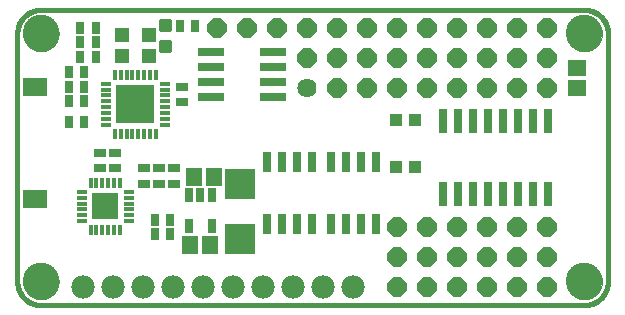
<source format=gts>
G75*
%MOIN*%
%OFA0B0*%
%FSLAX25Y25*%
%IPPOS*%
%LPD*%
%AMOC8*
5,1,8,0,0,1.08239X$1,22.5*
%
%ADD10C,0.01600*%
%ADD11C,0.00000*%
%ADD12C,0.12211*%
%ADD13R,0.02762X0.06699*%
%ADD14R,0.06306X0.05518*%
%ADD15R,0.03943X0.03156*%
%ADD16R,0.02565X0.05124*%
%ADD17R,0.10400X0.10400*%
%ADD18R,0.05518X0.06306*%
%ADD19OC8,0.06400*%
%ADD20R,0.04337X0.04337*%
%ADD21R,0.01181X0.03346*%
%ADD22R,0.03346X0.01181*%
%ADD23R,0.08858X0.08858*%
%ADD24R,0.03156X0.03943*%
%ADD25R,0.03550X0.01520*%
%ADD26R,0.01520X0.03550*%
%ADD27R,0.12802X0.12802*%
%ADD28R,0.05124X0.04731*%
%ADD29R,0.09100X0.02800*%
%ADD30C,0.01301*%
%ADD31R,0.03000X0.08400*%
%ADD32R,0.08274X0.05912*%
%ADD33C,0.06400*%
%ADD34C,0.07800*%
D10*
X0017237Y0029063D02*
X0198339Y0029063D01*
X0198529Y0029065D01*
X0198719Y0029072D01*
X0198909Y0029084D01*
X0199099Y0029100D01*
X0199288Y0029120D01*
X0199477Y0029146D01*
X0199665Y0029175D01*
X0199852Y0029210D01*
X0200038Y0029249D01*
X0200223Y0029292D01*
X0200408Y0029340D01*
X0200591Y0029392D01*
X0200772Y0029448D01*
X0200952Y0029509D01*
X0201131Y0029575D01*
X0201308Y0029644D01*
X0201484Y0029718D01*
X0201657Y0029796D01*
X0201829Y0029879D01*
X0201998Y0029965D01*
X0202166Y0030055D01*
X0202331Y0030150D01*
X0202494Y0030248D01*
X0202654Y0030351D01*
X0202812Y0030457D01*
X0202967Y0030567D01*
X0203120Y0030680D01*
X0203270Y0030798D01*
X0203416Y0030919D01*
X0203560Y0031043D01*
X0203701Y0031171D01*
X0203839Y0031302D01*
X0203974Y0031437D01*
X0204105Y0031575D01*
X0204233Y0031716D01*
X0204357Y0031860D01*
X0204478Y0032006D01*
X0204596Y0032156D01*
X0204709Y0032309D01*
X0204819Y0032464D01*
X0204925Y0032622D01*
X0205028Y0032782D01*
X0205126Y0032945D01*
X0205221Y0033110D01*
X0205311Y0033278D01*
X0205397Y0033447D01*
X0205480Y0033619D01*
X0205558Y0033792D01*
X0205632Y0033968D01*
X0205701Y0034145D01*
X0205767Y0034324D01*
X0205828Y0034504D01*
X0205884Y0034685D01*
X0205936Y0034868D01*
X0205984Y0035053D01*
X0206027Y0035238D01*
X0206066Y0035424D01*
X0206101Y0035611D01*
X0206130Y0035799D01*
X0206156Y0035988D01*
X0206176Y0036177D01*
X0206192Y0036367D01*
X0206204Y0036557D01*
X0206211Y0036747D01*
X0206213Y0036937D01*
X0206213Y0119614D01*
X0206211Y0119804D01*
X0206204Y0119994D01*
X0206192Y0120184D01*
X0206176Y0120374D01*
X0206156Y0120563D01*
X0206130Y0120752D01*
X0206101Y0120940D01*
X0206066Y0121127D01*
X0206027Y0121313D01*
X0205984Y0121498D01*
X0205936Y0121683D01*
X0205884Y0121866D01*
X0205828Y0122047D01*
X0205767Y0122227D01*
X0205701Y0122406D01*
X0205632Y0122583D01*
X0205558Y0122759D01*
X0205480Y0122932D01*
X0205397Y0123104D01*
X0205311Y0123273D01*
X0205221Y0123441D01*
X0205126Y0123606D01*
X0205028Y0123769D01*
X0204925Y0123929D01*
X0204819Y0124087D01*
X0204709Y0124242D01*
X0204596Y0124395D01*
X0204478Y0124545D01*
X0204357Y0124691D01*
X0204233Y0124835D01*
X0204105Y0124976D01*
X0203974Y0125114D01*
X0203839Y0125249D01*
X0203701Y0125380D01*
X0203560Y0125508D01*
X0203416Y0125632D01*
X0203270Y0125753D01*
X0203120Y0125871D01*
X0202967Y0125984D01*
X0202812Y0126094D01*
X0202654Y0126200D01*
X0202494Y0126303D01*
X0202331Y0126401D01*
X0202166Y0126496D01*
X0201998Y0126586D01*
X0201829Y0126672D01*
X0201657Y0126755D01*
X0201484Y0126833D01*
X0201308Y0126907D01*
X0201131Y0126976D01*
X0200952Y0127042D01*
X0200772Y0127103D01*
X0200591Y0127159D01*
X0200408Y0127211D01*
X0200223Y0127259D01*
X0200038Y0127302D01*
X0199852Y0127341D01*
X0199665Y0127376D01*
X0199477Y0127405D01*
X0199288Y0127431D01*
X0199099Y0127451D01*
X0198909Y0127467D01*
X0198719Y0127479D01*
X0198529Y0127486D01*
X0198339Y0127488D01*
X0017237Y0127488D01*
X0017047Y0127486D01*
X0016857Y0127479D01*
X0016667Y0127467D01*
X0016477Y0127451D01*
X0016288Y0127431D01*
X0016099Y0127405D01*
X0015911Y0127376D01*
X0015724Y0127341D01*
X0015538Y0127302D01*
X0015353Y0127259D01*
X0015168Y0127211D01*
X0014985Y0127159D01*
X0014804Y0127103D01*
X0014624Y0127042D01*
X0014445Y0126976D01*
X0014268Y0126907D01*
X0014092Y0126833D01*
X0013919Y0126755D01*
X0013747Y0126672D01*
X0013578Y0126586D01*
X0013410Y0126496D01*
X0013245Y0126401D01*
X0013082Y0126303D01*
X0012922Y0126200D01*
X0012764Y0126094D01*
X0012609Y0125984D01*
X0012456Y0125871D01*
X0012306Y0125753D01*
X0012160Y0125632D01*
X0012016Y0125508D01*
X0011875Y0125380D01*
X0011737Y0125249D01*
X0011602Y0125114D01*
X0011471Y0124976D01*
X0011343Y0124835D01*
X0011219Y0124691D01*
X0011098Y0124545D01*
X0010980Y0124395D01*
X0010867Y0124242D01*
X0010757Y0124087D01*
X0010651Y0123929D01*
X0010548Y0123769D01*
X0010450Y0123606D01*
X0010355Y0123441D01*
X0010265Y0123273D01*
X0010179Y0123104D01*
X0010096Y0122932D01*
X0010018Y0122759D01*
X0009944Y0122583D01*
X0009875Y0122406D01*
X0009809Y0122227D01*
X0009748Y0122047D01*
X0009692Y0121866D01*
X0009640Y0121683D01*
X0009592Y0121498D01*
X0009549Y0121313D01*
X0009510Y0121127D01*
X0009475Y0120940D01*
X0009446Y0120752D01*
X0009420Y0120563D01*
X0009400Y0120374D01*
X0009384Y0120184D01*
X0009372Y0119994D01*
X0009365Y0119804D01*
X0009363Y0119614D01*
X0009363Y0036937D01*
X0009365Y0036747D01*
X0009372Y0036557D01*
X0009384Y0036367D01*
X0009400Y0036177D01*
X0009420Y0035988D01*
X0009446Y0035799D01*
X0009475Y0035611D01*
X0009510Y0035424D01*
X0009549Y0035238D01*
X0009592Y0035053D01*
X0009640Y0034868D01*
X0009692Y0034685D01*
X0009748Y0034504D01*
X0009809Y0034324D01*
X0009875Y0034145D01*
X0009944Y0033968D01*
X0010018Y0033792D01*
X0010096Y0033619D01*
X0010179Y0033447D01*
X0010265Y0033278D01*
X0010355Y0033110D01*
X0010450Y0032945D01*
X0010548Y0032782D01*
X0010651Y0032622D01*
X0010757Y0032464D01*
X0010867Y0032309D01*
X0010980Y0032156D01*
X0011098Y0032006D01*
X0011219Y0031860D01*
X0011343Y0031716D01*
X0011471Y0031575D01*
X0011602Y0031437D01*
X0011737Y0031302D01*
X0011875Y0031171D01*
X0012016Y0031043D01*
X0012160Y0030919D01*
X0012306Y0030798D01*
X0012456Y0030680D01*
X0012609Y0030567D01*
X0012764Y0030457D01*
X0012922Y0030351D01*
X0013082Y0030248D01*
X0013245Y0030150D01*
X0013410Y0030055D01*
X0013578Y0029965D01*
X0013747Y0029879D01*
X0013919Y0029796D01*
X0014092Y0029718D01*
X0014268Y0029644D01*
X0014445Y0029575D01*
X0014624Y0029509D01*
X0014804Y0029448D01*
X0014985Y0029392D01*
X0015168Y0029340D01*
X0015353Y0029292D01*
X0015538Y0029249D01*
X0015724Y0029210D01*
X0015911Y0029175D01*
X0016099Y0029146D01*
X0016288Y0029120D01*
X0016477Y0029100D01*
X0016667Y0029084D01*
X0016857Y0029072D01*
X0017047Y0029065D01*
X0017237Y0029063D01*
D11*
X0011331Y0036937D02*
X0011333Y0037090D01*
X0011339Y0037244D01*
X0011349Y0037397D01*
X0011363Y0037549D01*
X0011381Y0037702D01*
X0011403Y0037853D01*
X0011428Y0038004D01*
X0011458Y0038155D01*
X0011492Y0038305D01*
X0011529Y0038453D01*
X0011570Y0038601D01*
X0011615Y0038747D01*
X0011664Y0038893D01*
X0011717Y0039037D01*
X0011773Y0039179D01*
X0011833Y0039320D01*
X0011897Y0039460D01*
X0011964Y0039598D01*
X0012035Y0039734D01*
X0012110Y0039868D01*
X0012187Y0040000D01*
X0012269Y0040130D01*
X0012353Y0040258D01*
X0012441Y0040384D01*
X0012532Y0040507D01*
X0012626Y0040628D01*
X0012724Y0040746D01*
X0012824Y0040862D01*
X0012928Y0040975D01*
X0013034Y0041086D01*
X0013143Y0041194D01*
X0013255Y0041299D01*
X0013369Y0041400D01*
X0013487Y0041499D01*
X0013606Y0041595D01*
X0013728Y0041688D01*
X0013853Y0041777D01*
X0013980Y0041864D01*
X0014109Y0041946D01*
X0014240Y0042026D01*
X0014373Y0042102D01*
X0014508Y0042175D01*
X0014645Y0042244D01*
X0014784Y0042309D01*
X0014924Y0042371D01*
X0015066Y0042429D01*
X0015209Y0042484D01*
X0015354Y0042535D01*
X0015500Y0042582D01*
X0015647Y0042625D01*
X0015795Y0042664D01*
X0015944Y0042700D01*
X0016094Y0042731D01*
X0016245Y0042759D01*
X0016396Y0042783D01*
X0016549Y0042803D01*
X0016701Y0042819D01*
X0016854Y0042831D01*
X0017007Y0042839D01*
X0017160Y0042843D01*
X0017314Y0042843D01*
X0017467Y0042839D01*
X0017620Y0042831D01*
X0017773Y0042819D01*
X0017925Y0042803D01*
X0018078Y0042783D01*
X0018229Y0042759D01*
X0018380Y0042731D01*
X0018530Y0042700D01*
X0018679Y0042664D01*
X0018827Y0042625D01*
X0018974Y0042582D01*
X0019120Y0042535D01*
X0019265Y0042484D01*
X0019408Y0042429D01*
X0019550Y0042371D01*
X0019690Y0042309D01*
X0019829Y0042244D01*
X0019966Y0042175D01*
X0020101Y0042102D01*
X0020234Y0042026D01*
X0020365Y0041946D01*
X0020494Y0041864D01*
X0020621Y0041777D01*
X0020746Y0041688D01*
X0020868Y0041595D01*
X0020987Y0041499D01*
X0021105Y0041400D01*
X0021219Y0041299D01*
X0021331Y0041194D01*
X0021440Y0041086D01*
X0021546Y0040975D01*
X0021650Y0040862D01*
X0021750Y0040746D01*
X0021848Y0040628D01*
X0021942Y0040507D01*
X0022033Y0040384D01*
X0022121Y0040258D01*
X0022205Y0040130D01*
X0022287Y0040000D01*
X0022364Y0039868D01*
X0022439Y0039734D01*
X0022510Y0039598D01*
X0022577Y0039460D01*
X0022641Y0039320D01*
X0022701Y0039179D01*
X0022757Y0039037D01*
X0022810Y0038893D01*
X0022859Y0038747D01*
X0022904Y0038601D01*
X0022945Y0038453D01*
X0022982Y0038305D01*
X0023016Y0038155D01*
X0023046Y0038004D01*
X0023071Y0037853D01*
X0023093Y0037702D01*
X0023111Y0037549D01*
X0023125Y0037397D01*
X0023135Y0037244D01*
X0023141Y0037090D01*
X0023143Y0036937D01*
X0023141Y0036784D01*
X0023135Y0036630D01*
X0023125Y0036477D01*
X0023111Y0036325D01*
X0023093Y0036172D01*
X0023071Y0036021D01*
X0023046Y0035870D01*
X0023016Y0035719D01*
X0022982Y0035569D01*
X0022945Y0035421D01*
X0022904Y0035273D01*
X0022859Y0035127D01*
X0022810Y0034981D01*
X0022757Y0034837D01*
X0022701Y0034695D01*
X0022641Y0034554D01*
X0022577Y0034414D01*
X0022510Y0034276D01*
X0022439Y0034140D01*
X0022364Y0034006D01*
X0022287Y0033874D01*
X0022205Y0033744D01*
X0022121Y0033616D01*
X0022033Y0033490D01*
X0021942Y0033367D01*
X0021848Y0033246D01*
X0021750Y0033128D01*
X0021650Y0033012D01*
X0021546Y0032899D01*
X0021440Y0032788D01*
X0021331Y0032680D01*
X0021219Y0032575D01*
X0021105Y0032474D01*
X0020987Y0032375D01*
X0020868Y0032279D01*
X0020746Y0032186D01*
X0020621Y0032097D01*
X0020494Y0032010D01*
X0020365Y0031928D01*
X0020234Y0031848D01*
X0020101Y0031772D01*
X0019966Y0031699D01*
X0019829Y0031630D01*
X0019690Y0031565D01*
X0019550Y0031503D01*
X0019408Y0031445D01*
X0019265Y0031390D01*
X0019120Y0031339D01*
X0018974Y0031292D01*
X0018827Y0031249D01*
X0018679Y0031210D01*
X0018530Y0031174D01*
X0018380Y0031143D01*
X0018229Y0031115D01*
X0018078Y0031091D01*
X0017925Y0031071D01*
X0017773Y0031055D01*
X0017620Y0031043D01*
X0017467Y0031035D01*
X0017314Y0031031D01*
X0017160Y0031031D01*
X0017007Y0031035D01*
X0016854Y0031043D01*
X0016701Y0031055D01*
X0016549Y0031071D01*
X0016396Y0031091D01*
X0016245Y0031115D01*
X0016094Y0031143D01*
X0015944Y0031174D01*
X0015795Y0031210D01*
X0015647Y0031249D01*
X0015500Y0031292D01*
X0015354Y0031339D01*
X0015209Y0031390D01*
X0015066Y0031445D01*
X0014924Y0031503D01*
X0014784Y0031565D01*
X0014645Y0031630D01*
X0014508Y0031699D01*
X0014373Y0031772D01*
X0014240Y0031848D01*
X0014109Y0031928D01*
X0013980Y0032010D01*
X0013853Y0032097D01*
X0013728Y0032186D01*
X0013606Y0032279D01*
X0013487Y0032375D01*
X0013369Y0032474D01*
X0013255Y0032575D01*
X0013143Y0032680D01*
X0013034Y0032788D01*
X0012928Y0032899D01*
X0012824Y0033012D01*
X0012724Y0033128D01*
X0012626Y0033246D01*
X0012532Y0033367D01*
X0012441Y0033490D01*
X0012353Y0033616D01*
X0012269Y0033744D01*
X0012187Y0033874D01*
X0012110Y0034006D01*
X0012035Y0034140D01*
X0011964Y0034276D01*
X0011897Y0034414D01*
X0011833Y0034554D01*
X0011773Y0034695D01*
X0011717Y0034837D01*
X0011664Y0034981D01*
X0011615Y0035127D01*
X0011570Y0035273D01*
X0011529Y0035421D01*
X0011492Y0035569D01*
X0011458Y0035719D01*
X0011428Y0035870D01*
X0011403Y0036021D01*
X0011381Y0036172D01*
X0011363Y0036325D01*
X0011349Y0036477D01*
X0011339Y0036630D01*
X0011333Y0036784D01*
X0011331Y0036937D01*
X0011331Y0119614D02*
X0011333Y0119767D01*
X0011339Y0119921D01*
X0011349Y0120074D01*
X0011363Y0120226D01*
X0011381Y0120379D01*
X0011403Y0120530D01*
X0011428Y0120681D01*
X0011458Y0120832D01*
X0011492Y0120982D01*
X0011529Y0121130D01*
X0011570Y0121278D01*
X0011615Y0121424D01*
X0011664Y0121570D01*
X0011717Y0121714D01*
X0011773Y0121856D01*
X0011833Y0121997D01*
X0011897Y0122137D01*
X0011964Y0122275D01*
X0012035Y0122411D01*
X0012110Y0122545D01*
X0012187Y0122677D01*
X0012269Y0122807D01*
X0012353Y0122935D01*
X0012441Y0123061D01*
X0012532Y0123184D01*
X0012626Y0123305D01*
X0012724Y0123423D01*
X0012824Y0123539D01*
X0012928Y0123652D01*
X0013034Y0123763D01*
X0013143Y0123871D01*
X0013255Y0123976D01*
X0013369Y0124077D01*
X0013487Y0124176D01*
X0013606Y0124272D01*
X0013728Y0124365D01*
X0013853Y0124454D01*
X0013980Y0124541D01*
X0014109Y0124623D01*
X0014240Y0124703D01*
X0014373Y0124779D01*
X0014508Y0124852D01*
X0014645Y0124921D01*
X0014784Y0124986D01*
X0014924Y0125048D01*
X0015066Y0125106D01*
X0015209Y0125161D01*
X0015354Y0125212D01*
X0015500Y0125259D01*
X0015647Y0125302D01*
X0015795Y0125341D01*
X0015944Y0125377D01*
X0016094Y0125408D01*
X0016245Y0125436D01*
X0016396Y0125460D01*
X0016549Y0125480D01*
X0016701Y0125496D01*
X0016854Y0125508D01*
X0017007Y0125516D01*
X0017160Y0125520D01*
X0017314Y0125520D01*
X0017467Y0125516D01*
X0017620Y0125508D01*
X0017773Y0125496D01*
X0017925Y0125480D01*
X0018078Y0125460D01*
X0018229Y0125436D01*
X0018380Y0125408D01*
X0018530Y0125377D01*
X0018679Y0125341D01*
X0018827Y0125302D01*
X0018974Y0125259D01*
X0019120Y0125212D01*
X0019265Y0125161D01*
X0019408Y0125106D01*
X0019550Y0125048D01*
X0019690Y0124986D01*
X0019829Y0124921D01*
X0019966Y0124852D01*
X0020101Y0124779D01*
X0020234Y0124703D01*
X0020365Y0124623D01*
X0020494Y0124541D01*
X0020621Y0124454D01*
X0020746Y0124365D01*
X0020868Y0124272D01*
X0020987Y0124176D01*
X0021105Y0124077D01*
X0021219Y0123976D01*
X0021331Y0123871D01*
X0021440Y0123763D01*
X0021546Y0123652D01*
X0021650Y0123539D01*
X0021750Y0123423D01*
X0021848Y0123305D01*
X0021942Y0123184D01*
X0022033Y0123061D01*
X0022121Y0122935D01*
X0022205Y0122807D01*
X0022287Y0122677D01*
X0022364Y0122545D01*
X0022439Y0122411D01*
X0022510Y0122275D01*
X0022577Y0122137D01*
X0022641Y0121997D01*
X0022701Y0121856D01*
X0022757Y0121714D01*
X0022810Y0121570D01*
X0022859Y0121424D01*
X0022904Y0121278D01*
X0022945Y0121130D01*
X0022982Y0120982D01*
X0023016Y0120832D01*
X0023046Y0120681D01*
X0023071Y0120530D01*
X0023093Y0120379D01*
X0023111Y0120226D01*
X0023125Y0120074D01*
X0023135Y0119921D01*
X0023141Y0119767D01*
X0023143Y0119614D01*
X0023141Y0119461D01*
X0023135Y0119307D01*
X0023125Y0119154D01*
X0023111Y0119002D01*
X0023093Y0118849D01*
X0023071Y0118698D01*
X0023046Y0118547D01*
X0023016Y0118396D01*
X0022982Y0118246D01*
X0022945Y0118098D01*
X0022904Y0117950D01*
X0022859Y0117804D01*
X0022810Y0117658D01*
X0022757Y0117514D01*
X0022701Y0117372D01*
X0022641Y0117231D01*
X0022577Y0117091D01*
X0022510Y0116953D01*
X0022439Y0116817D01*
X0022364Y0116683D01*
X0022287Y0116551D01*
X0022205Y0116421D01*
X0022121Y0116293D01*
X0022033Y0116167D01*
X0021942Y0116044D01*
X0021848Y0115923D01*
X0021750Y0115805D01*
X0021650Y0115689D01*
X0021546Y0115576D01*
X0021440Y0115465D01*
X0021331Y0115357D01*
X0021219Y0115252D01*
X0021105Y0115151D01*
X0020987Y0115052D01*
X0020868Y0114956D01*
X0020746Y0114863D01*
X0020621Y0114774D01*
X0020494Y0114687D01*
X0020365Y0114605D01*
X0020234Y0114525D01*
X0020101Y0114449D01*
X0019966Y0114376D01*
X0019829Y0114307D01*
X0019690Y0114242D01*
X0019550Y0114180D01*
X0019408Y0114122D01*
X0019265Y0114067D01*
X0019120Y0114016D01*
X0018974Y0113969D01*
X0018827Y0113926D01*
X0018679Y0113887D01*
X0018530Y0113851D01*
X0018380Y0113820D01*
X0018229Y0113792D01*
X0018078Y0113768D01*
X0017925Y0113748D01*
X0017773Y0113732D01*
X0017620Y0113720D01*
X0017467Y0113712D01*
X0017314Y0113708D01*
X0017160Y0113708D01*
X0017007Y0113712D01*
X0016854Y0113720D01*
X0016701Y0113732D01*
X0016549Y0113748D01*
X0016396Y0113768D01*
X0016245Y0113792D01*
X0016094Y0113820D01*
X0015944Y0113851D01*
X0015795Y0113887D01*
X0015647Y0113926D01*
X0015500Y0113969D01*
X0015354Y0114016D01*
X0015209Y0114067D01*
X0015066Y0114122D01*
X0014924Y0114180D01*
X0014784Y0114242D01*
X0014645Y0114307D01*
X0014508Y0114376D01*
X0014373Y0114449D01*
X0014240Y0114525D01*
X0014109Y0114605D01*
X0013980Y0114687D01*
X0013853Y0114774D01*
X0013728Y0114863D01*
X0013606Y0114956D01*
X0013487Y0115052D01*
X0013369Y0115151D01*
X0013255Y0115252D01*
X0013143Y0115357D01*
X0013034Y0115465D01*
X0012928Y0115576D01*
X0012824Y0115689D01*
X0012724Y0115805D01*
X0012626Y0115923D01*
X0012532Y0116044D01*
X0012441Y0116167D01*
X0012353Y0116293D01*
X0012269Y0116421D01*
X0012187Y0116551D01*
X0012110Y0116683D01*
X0012035Y0116817D01*
X0011964Y0116953D01*
X0011897Y0117091D01*
X0011833Y0117231D01*
X0011773Y0117372D01*
X0011717Y0117514D01*
X0011664Y0117658D01*
X0011615Y0117804D01*
X0011570Y0117950D01*
X0011529Y0118098D01*
X0011492Y0118246D01*
X0011458Y0118396D01*
X0011428Y0118547D01*
X0011403Y0118698D01*
X0011381Y0118849D01*
X0011363Y0119002D01*
X0011349Y0119154D01*
X0011339Y0119307D01*
X0011333Y0119461D01*
X0011331Y0119614D01*
X0192433Y0119614D02*
X0192435Y0119767D01*
X0192441Y0119921D01*
X0192451Y0120074D01*
X0192465Y0120226D01*
X0192483Y0120379D01*
X0192505Y0120530D01*
X0192530Y0120681D01*
X0192560Y0120832D01*
X0192594Y0120982D01*
X0192631Y0121130D01*
X0192672Y0121278D01*
X0192717Y0121424D01*
X0192766Y0121570D01*
X0192819Y0121714D01*
X0192875Y0121856D01*
X0192935Y0121997D01*
X0192999Y0122137D01*
X0193066Y0122275D01*
X0193137Y0122411D01*
X0193212Y0122545D01*
X0193289Y0122677D01*
X0193371Y0122807D01*
X0193455Y0122935D01*
X0193543Y0123061D01*
X0193634Y0123184D01*
X0193728Y0123305D01*
X0193826Y0123423D01*
X0193926Y0123539D01*
X0194030Y0123652D01*
X0194136Y0123763D01*
X0194245Y0123871D01*
X0194357Y0123976D01*
X0194471Y0124077D01*
X0194589Y0124176D01*
X0194708Y0124272D01*
X0194830Y0124365D01*
X0194955Y0124454D01*
X0195082Y0124541D01*
X0195211Y0124623D01*
X0195342Y0124703D01*
X0195475Y0124779D01*
X0195610Y0124852D01*
X0195747Y0124921D01*
X0195886Y0124986D01*
X0196026Y0125048D01*
X0196168Y0125106D01*
X0196311Y0125161D01*
X0196456Y0125212D01*
X0196602Y0125259D01*
X0196749Y0125302D01*
X0196897Y0125341D01*
X0197046Y0125377D01*
X0197196Y0125408D01*
X0197347Y0125436D01*
X0197498Y0125460D01*
X0197651Y0125480D01*
X0197803Y0125496D01*
X0197956Y0125508D01*
X0198109Y0125516D01*
X0198262Y0125520D01*
X0198416Y0125520D01*
X0198569Y0125516D01*
X0198722Y0125508D01*
X0198875Y0125496D01*
X0199027Y0125480D01*
X0199180Y0125460D01*
X0199331Y0125436D01*
X0199482Y0125408D01*
X0199632Y0125377D01*
X0199781Y0125341D01*
X0199929Y0125302D01*
X0200076Y0125259D01*
X0200222Y0125212D01*
X0200367Y0125161D01*
X0200510Y0125106D01*
X0200652Y0125048D01*
X0200792Y0124986D01*
X0200931Y0124921D01*
X0201068Y0124852D01*
X0201203Y0124779D01*
X0201336Y0124703D01*
X0201467Y0124623D01*
X0201596Y0124541D01*
X0201723Y0124454D01*
X0201848Y0124365D01*
X0201970Y0124272D01*
X0202089Y0124176D01*
X0202207Y0124077D01*
X0202321Y0123976D01*
X0202433Y0123871D01*
X0202542Y0123763D01*
X0202648Y0123652D01*
X0202752Y0123539D01*
X0202852Y0123423D01*
X0202950Y0123305D01*
X0203044Y0123184D01*
X0203135Y0123061D01*
X0203223Y0122935D01*
X0203307Y0122807D01*
X0203389Y0122677D01*
X0203466Y0122545D01*
X0203541Y0122411D01*
X0203612Y0122275D01*
X0203679Y0122137D01*
X0203743Y0121997D01*
X0203803Y0121856D01*
X0203859Y0121714D01*
X0203912Y0121570D01*
X0203961Y0121424D01*
X0204006Y0121278D01*
X0204047Y0121130D01*
X0204084Y0120982D01*
X0204118Y0120832D01*
X0204148Y0120681D01*
X0204173Y0120530D01*
X0204195Y0120379D01*
X0204213Y0120226D01*
X0204227Y0120074D01*
X0204237Y0119921D01*
X0204243Y0119767D01*
X0204245Y0119614D01*
X0204243Y0119461D01*
X0204237Y0119307D01*
X0204227Y0119154D01*
X0204213Y0119002D01*
X0204195Y0118849D01*
X0204173Y0118698D01*
X0204148Y0118547D01*
X0204118Y0118396D01*
X0204084Y0118246D01*
X0204047Y0118098D01*
X0204006Y0117950D01*
X0203961Y0117804D01*
X0203912Y0117658D01*
X0203859Y0117514D01*
X0203803Y0117372D01*
X0203743Y0117231D01*
X0203679Y0117091D01*
X0203612Y0116953D01*
X0203541Y0116817D01*
X0203466Y0116683D01*
X0203389Y0116551D01*
X0203307Y0116421D01*
X0203223Y0116293D01*
X0203135Y0116167D01*
X0203044Y0116044D01*
X0202950Y0115923D01*
X0202852Y0115805D01*
X0202752Y0115689D01*
X0202648Y0115576D01*
X0202542Y0115465D01*
X0202433Y0115357D01*
X0202321Y0115252D01*
X0202207Y0115151D01*
X0202089Y0115052D01*
X0201970Y0114956D01*
X0201848Y0114863D01*
X0201723Y0114774D01*
X0201596Y0114687D01*
X0201467Y0114605D01*
X0201336Y0114525D01*
X0201203Y0114449D01*
X0201068Y0114376D01*
X0200931Y0114307D01*
X0200792Y0114242D01*
X0200652Y0114180D01*
X0200510Y0114122D01*
X0200367Y0114067D01*
X0200222Y0114016D01*
X0200076Y0113969D01*
X0199929Y0113926D01*
X0199781Y0113887D01*
X0199632Y0113851D01*
X0199482Y0113820D01*
X0199331Y0113792D01*
X0199180Y0113768D01*
X0199027Y0113748D01*
X0198875Y0113732D01*
X0198722Y0113720D01*
X0198569Y0113712D01*
X0198416Y0113708D01*
X0198262Y0113708D01*
X0198109Y0113712D01*
X0197956Y0113720D01*
X0197803Y0113732D01*
X0197651Y0113748D01*
X0197498Y0113768D01*
X0197347Y0113792D01*
X0197196Y0113820D01*
X0197046Y0113851D01*
X0196897Y0113887D01*
X0196749Y0113926D01*
X0196602Y0113969D01*
X0196456Y0114016D01*
X0196311Y0114067D01*
X0196168Y0114122D01*
X0196026Y0114180D01*
X0195886Y0114242D01*
X0195747Y0114307D01*
X0195610Y0114376D01*
X0195475Y0114449D01*
X0195342Y0114525D01*
X0195211Y0114605D01*
X0195082Y0114687D01*
X0194955Y0114774D01*
X0194830Y0114863D01*
X0194708Y0114956D01*
X0194589Y0115052D01*
X0194471Y0115151D01*
X0194357Y0115252D01*
X0194245Y0115357D01*
X0194136Y0115465D01*
X0194030Y0115576D01*
X0193926Y0115689D01*
X0193826Y0115805D01*
X0193728Y0115923D01*
X0193634Y0116044D01*
X0193543Y0116167D01*
X0193455Y0116293D01*
X0193371Y0116421D01*
X0193289Y0116551D01*
X0193212Y0116683D01*
X0193137Y0116817D01*
X0193066Y0116953D01*
X0192999Y0117091D01*
X0192935Y0117231D01*
X0192875Y0117372D01*
X0192819Y0117514D01*
X0192766Y0117658D01*
X0192717Y0117804D01*
X0192672Y0117950D01*
X0192631Y0118098D01*
X0192594Y0118246D01*
X0192560Y0118396D01*
X0192530Y0118547D01*
X0192505Y0118698D01*
X0192483Y0118849D01*
X0192465Y0119002D01*
X0192451Y0119154D01*
X0192441Y0119307D01*
X0192435Y0119461D01*
X0192433Y0119614D01*
X0192433Y0036937D02*
X0192435Y0037090D01*
X0192441Y0037244D01*
X0192451Y0037397D01*
X0192465Y0037549D01*
X0192483Y0037702D01*
X0192505Y0037853D01*
X0192530Y0038004D01*
X0192560Y0038155D01*
X0192594Y0038305D01*
X0192631Y0038453D01*
X0192672Y0038601D01*
X0192717Y0038747D01*
X0192766Y0038893D01*
X0192819Y0039037D01*
X0192875Y0039179D01*
X0192935Y0039320D01*
X0192999Y0039460D01*
X0193066Y0039598D01*
X0193137Y0039734D01*
X0193212Y0039868D01*
X0193289Y0040000D01*
X0193371Y0040130D01*
X0193455Y0040258D01*
X0193543Y0040384D01*
X0193634Y0040507D01*
X0193728Y0040628D01*
X0193826Y0040746D01*
X0193926Y0040862D01*
X0194030Y0040975D01*
X0194136Y0041086D01*
X0194245Y0041194D01*
X0194357Y0041299D01*
X0194471Y0041400D01*
X0194589Y0041499D01*
X0194708Y0041595D01*
X0194830Y0041688D01*
X0194955Y0041777D01*
X0195082Y0041864D01*
X0195211Y0041946D01*
X0195342Y0042026D01*
X0195475Y0042102D01*
X0195610Y0042175D01*
X0195747Y0042244D01*
X0195886Y0042309D01*
X0196026Y0042371D01*
X0196168Y0042429D01*
X0196311Y0042484D01*
X0196456Y0042535D01*
X0196602Y0042582D01*
X0196749Y0042625D01*
X0196897Y0042664D01*
X0197046Y0042700D01*
X0197196Y0042731D01*
X0197347Y0042759D01*
X0197498Y0042783D01*
X0197651Y0042803D01*
X0197803Y0042819D01*
X0197956Y0042831D01*
X0198109Y0042839D01*
X0198262Y0042843D01*
X0198416Y0042843D01*
X0198569Y0042839D01*
X0198722Y0042831D01*
X0198875Y0042819D01*
X0199027Y0042803D01*
X0199180Y0042783D01*
X0199331Y0042759D01*
X0199482Y0042731D01*
X0199632Y0042700D01*
X0199781Y0042664D01*
X0199929Y0042625D01*
X0200076Y0042582D01*
X0200222Y0042535D01*
X0200367Y0042484D01*
X0200510Y0042429D01*
X0200652Y0042371D01*
X0200792Y0042309D01*
X0200931Y0042244D01*
X0201068Y0042175D01*
X0201203Y0042102D01*
X0201336Y0042026D01*
X0201467Y0041946D01*
X0201596Y0041864D01*
X0201723Y0041777D01*
X0201848Y0041688D01*
X0201970Y0041595D01*
X0202089Y0041499D01*
X0202207Y0041400D01*
X0202321Y0041299D01*
X0202433Y0041194D01*
X0202542Y0041086D01*
X0202648Y0040975D01*
X0202752Y0040862D01*
X0202852Y0040746D01*
X0202950Y0040628D01*
X0203044Y0040507D01*
X0203135Y0040384D01*
X0203223Y0040258D01*
X0203307Y0040130D01*
X0203389Y0040000D01*
X0203466Y0039868D01*
X0203541Y0039734D01*
X0203612Y0039598D01*
X0203679Y0039460D01*
X0203743Y0039320D01*
X0203803Y0039179D01*
X0203859Y0039037D01*
X0203912Y0038893D01*
X0203961Y0038747D01*
X0204006Y0038601D01*
X0204047Y0038453D01*
X0204084Y0038305D01*
X0204118Y0038155D01*
X0204148Y0038004D01*
X0204173Y0037853D01*
X0204195Y0037702D01*
X0204213Y0037549D01*
X0204227Y0037397D01*
X0204237Y0037244D01*
X0204243Y0037090D01*
X0204245Y0036937D01*
X0204243Y0036784D01*
X0204237Y0036630D01*
X0204227Y0036477D01*
X0204213Y0036325D01*
X0204195Y0036172D01*
X0204173Y0036021D01*
X0204148Y0035870D01*
X0204118Y0035719D01*
X0204084Y0035569D01*
X0204047Y0035421D01*
X0204006Y0035273D01*
X0203961Y0035127D01*
X0203912Y0034981D01*
X0203859Y0034837D01*
X0203803Y0034695D01*
X0203743Y0034554D01*
X0203679Y0034414D01*
X0203612Y0034276D01*
X0203541Y0034140D01*
X0203466Y0034006D01*
X0203389Y0033874D01*
X0203307Y0033744D01*
X0203223Y0033616D01*
X0203135Y0033490D01*
X0203044Y0033367D01*
X0202950Y0033246D01*
X0202852Y0033128D01*
X0202752Y0033012D01*
X0202648Y0032899D01*
X0202542Y0032788D01*
X0202433Y0032680D01*
X0202321Y0032575D01*
X0202207Y0032474D01*
X0202089Y0032375D01*
X0201970Y0032279D01*
X0201848Y0032186D01*
X0201723Y0032097D01*
X0201596Y0032010D01*
X0201467Y0031928D01*
X0201336Y0031848D01*
X0201203Y0031772D01*
X0201068Y0031699D01*
X0200931Y0031630D01*
X0200792Y0031565D01*
X0200652Y0031503D01*
X0200510Y0031445D01*
X0200367Y0031390D01*
X0200222Y0031339D01*
X0200076Y0031292D01*
X0199929Y0031249D01*
X0199781Y0031210D01*
X0199632Y0031174D01*
X0199482Y0031143D01*
X0199331Y0031115D01*
X0199180Y0031091D01*
X0199027Y0031071D01*
X0198875Y0031055D01*
X0198722Y0031043D01*
X0198569Y0031035D01*
X0198416Y0031031D01*
X0198262Y0031031D01*
X0198109Y0031035D01*
X0197956Y0031043D01*
X0197803Y0031055D01*
X0197651Y0031071D01*
X0197498Y0031091D01*
X0197347Y0031115D01*
X0197196Y0031143D01*
X0197046Y0031174D01*
X0196897Y0031210D01*
X0196749Y0031249D01*
X0196602Y0031292D01*
X0196456Y0031339D01*
X0196311Y0031390D01*
X0196168Y0031445D01*
X0196026Y0031503D01*
X0195886Y0031565D01*
X0195747Y0031630D01*
X0195610Y0031699D01*
X0195475Y0031772D01*
X0195342Y0031848D01*
X0195211Y0031928D01*
X0195082Y0032010D01*
X0194955Y0032097D01*
X0194830Y0032186D01*
X0194708Y0032279D01*
X0194589Y0032375D01*
X0194471Y0032474D01*
X0194357Y0032575D01*
X0194245Y0032680D01*
X0194136Y0032788D01*
X0194030Y0032899D01*
X0193926Y0033012D01*
X0193826Y0033128D01*
X0193728Y0033246D01*
X0193634Y0033367D01*
X0193543Y0033490D01*
X0193455Y0033616D01*
X0193371Y0033744D01*
X0193289Y0033874D01*
X0193212Y0034006D01*
X0193137Y0034140D01*
X0193066Y0034276D01*
X0192999Y0034414D01*
X0192935Y0034554D01*
X0192875Y0034695D01*
X0192819Y0034837D01*
X0192766Y0034981D01*
X0192717Y0035127D01*
X0192672Y0035273D01*
X0192631Y0035421D01*
X0192594Y0035569D01*
X0192560Y0035719D01*
X0192530Y0035870D01*
X0192505Y0036021D01*
X0192483Y0036172D01*
X0192465Y0036325D01*
X0192451Y0036477D01*
X0192441Y0036630D01*
X0192435Y0036784D01*
X0192433Y0036937D01*
D12*
X0198339Y0036937D03*
X0198339Y0119614D03*
X0017237Y0119614D03*
X0017237Y0036937D03*
D13*
X0092611Y0056016D03*
X0097572Y0056016D03*
X0102572Y0056016D03*
X0107572Y0056016D03*
X0113871Y0056016D03*
X0118831Y0056016D03*
X0123831Y0056016D03*
X0128831Y0056016D03*
X0128871Y0076913D03*
X0123871Y0076913D03*
X0118871Y0076913D03*
X0113871Y0076913D03*
X0107611Y0076913D03*
X0102611Y0076913D03*
X0097611Y0076913D03*
X0092611Y0076913D03*
D14*
X0195955Y0101526D03*
X0195955Y0108219D03*
D15*
X0064207Y0101824D03*
X0064207Y0096706D03*
X0041843Y0079850D03*
X0036922Y0079850D03*
X0036922Y0074732D03*
X0041843Y0074732D03*
X0051762Y0074619D03*
X0056683Y0074619D03*
X0061605Y0074619D03*
X0061605Y0069501D03*
X0056683Y0069501D03*
X0051762Y0069501D03*
D16*
X0066646Y0065630D03*
X0070387Y0065630D03*
X0074127Y0065630D03*
X0074127Y0055393D03*
X0066646Y0055393D03*
D17*
X0083482Y0050992D03*
X0083482Y0069492D03*
D18*
X0075060Y0071677D03*
X0068367Y0071677D03*
X0067040Y0049001D03*
X0073733Y0049001D03*
D19*
X0135938Y0044969D03*
X0145938Y0044969D03*
X0155938Y0044969D03*
X0165938Y0044969D03*
X0175938Y0044969D03*
X0185938Y0044969D03*
X0185938Y0054969D03*
X0175938Y0054969D03*
X0165938Y0054969D03*
X0155938Y0054969D03*
X0145938Y0054969D03*
X0135938Y0054969D03*
X0135938Y0034969D03*
X0145938Y0034969D03*
X0155938Y0034969D03*
X0165938Y0034969D03*
X0175938Y0034969D03*
X0185938Y0034969D03*
X0185938Y0101583D03*
X0175938Y0101583D03*
X0165938Y0101583D03*
X0155938Y0101583D03*
X0145938Y0101583D03*
X0135938Y0101583D03*
X0125938Y0101583D03*
X0115938Y0101583D03*
X0115938Y0111583D03*
X0125938Y0111583D03*
X0135938Y0111583D03*
X0145938Y0111583D03*
X0155938Y0111583D03*
X0165938Y0111583D03*
X0175938Y0111583D03*
X0185938Y0111583D03*
X0185938Y0121583D03*
X0175938Y0121583D03*
X0165938Y0121583D03*
X0155938Y0121583D03*
X0145938Y0121583D03*
X0135938Y0121583D03*
X0125938Y0121583D03*
X0115938Y0121583D03*
X0105938Y0121583D03*
X0095938Y0121583D03*
X0085938Y0121583D03*
X0075938Y0121583D03*
X0105938Y0111583D03*
D20*
X0135612Y0090711D03*
X0141911Y0090711D03*
X0141911Y0074963D03*
X0135612Y0074963D03*
D21*
X0043615Y0069713D03*
X0041646Y0069713D03*
X0039678Y0069713D03*
X0037709Y0069713D03*
X0035741Y0069713D03*
X0033772Y0069713D03*
X0033772Y0054161D03*
X0035741Y0054161D03*
X0037709Y0054161D03*
X0039678Y0054161D03*
X0041646Y0054161D03*
X0043615Y0054161D03*
D22*
X0046469Y0057016D03*
X0046469Y0058984D03*
X0046469Y0060953D03*
X0046469Y0062921D03*
X0046469Y0064890D03*
X0046469Y0066858D03*
X0030918Y0066858D03*
X0030918Y0064890D03*
X0030918Y0062921D03*
X0030918Y0060953D03*
X0030918Y0058984D03*
X0030918Y0057016D03*
D23*
X0038694Y0061937D03*
D24*
X0055258Y0057530D03*
X0060376Y0057530D03*
X0060376Y0052761D03*
X0055258Y0052761D03*
X0031607Y0090087D03*
X0026489Y0090087D03*
X0026489Y0096976D03*
X0031607Y0096976D03*
X0031607Y0101898D03*
X0026489Y0101898D03*
X0026489Y0106819D03*
X0031607Y0106819D03*
X0030426Y0111740D03*
X0035544Y0111740D03*
X0035544Y0116661D03*
X0030426Y0116661D03*
X0030426Y0121583D03*
X0035544Y0121583D03*
X0063573Y0122187D03*
X0068691Y0122187D03*
D25*
X0058576Y0102882D03*
X0058576Y0100913D03*
X0058576Y0098945D03*
X0058576Y0096976D03*
X0058576Y0095008D03*
X0058576Y0093039D03*
X0058576Y0091071D03*
X0058576Y0089102D03*
X0038891Y0089102D03*
X0038891Y0091071D03*
X0038891Y0093039D03*
X0038891Y0095008D03*
X0038891Y0096976D03*
X0038891Y0098945D03*
X0038891Y0100913D03*
X0038891Y0102882D03*
D26*
X0041843Y0105835D03*
X0043812Y0105835D03*
X0045780Y0105835D03*
X0047749Y0105835D03*
X0049717Y0105835D03*
X0051686Y0105835D03*
X0053654Y0105835D03*
X0055623Y0105835D03*
X0055623Y0086150D03*
X0053654Y0086150D03*
X0051686Y0086150D03*
X0049717Y0086150D03*
X0047749Y0086150D03*
X0045780Y0086150D03*
X0043812Y0086150D03*
X0041843Y0086150D03*
D27*
X0048733Y0095992D03*
D28*
X0044107Y0112232D03*
X0044107Y0119122D03*
X0053359Y0119122D03*
X0053359Y0112232D03*
D29*
X0073866Y0113335D03*
X0073866Y0108335D03*
X0073866Y0103335D03*
X0073866Y0098335D03*
X0094466Y0098335D03*
X0094466Y0103335D03*
X0094466Y0108335D03*
X0094466Y0113335D03*
D30*
X0060316Y0116805D02*
X0057280Y0116805D01*
X0060316Y0116805D02*
X0060316Y0113769D01*
X0057280Y0113769D01*
X0057280Y0116805D01*
X0057280Y0115069D02*
X0060316Y0115069D01*
X0060316Y0116369D02*
X0057280Y0116369D01*
X0057280Y0123711D02*
X0060316Y0123711D01*
X0060316Y0120675D01*
X0057280Y0120675D01*
X0057280Y0123711D01*
X0057280Y0121975D02*
X0060316Y0121975D01*
X0060316Y0123275D02*
X0057280Y0123275D01*
D31*
X0151312Y0090376D03*
X0156312Y0090376D03*
X0161312Y0090376D03*
X0166312Y0090376D03*
X0171312Y0090376D03*
X0176312Y0090376D03*
X0181312Y0090376D03*
X0186312Y0090376D03*
X0186312Y0066176D03*
X0181312Y0066176D03*
X0176312Y0066176D03*
X0171312Y0066176D03*
X0166312Y0066176D03*
X0161312Y0066176D03*
X0156312Y0066176D03*
X0151312Y0066176D03*
D32*
X0015269Y0064496D03*
X0015269Y0101898D03*
D33*
X0105938Y0101583D03*
D34*
X0101300Y0034969D03*
X0091300Y0034969D03*
X0081300Y0034969D03*
X0071300Y0034969D03*
X0061300Y0034969D03*
X0051300Y0034969D03*
X0041300Y0034969D03*
X0031300Y0034969D03*
X0111300Y0034969D03*
X0121300Y0034969D03*
M02*

</source>
